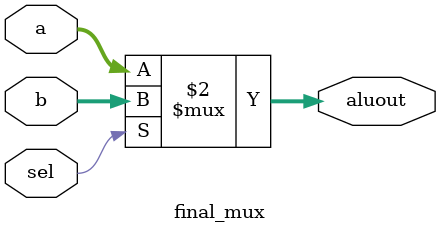
<source format=sv>
module final_mux(
input [31:0]b,a,
input sel,
output [31:0]aluout);

assign aluout = (sel==0) ? a:b;

/*nbitmux(
input [(2**n)-1:0]in,
input [n-1:0]sel,
output out);
assign out = in[sel];*/

endmodule
</source>
